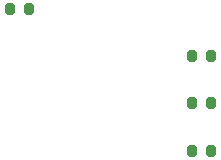
<source format=gbp>
G04 #@! TF.GenerationSoftware,KiCad,Pcbnew,7.0.8*
G04 #@! TF.CreationDate,2024-05-09T20:35:49-03:00*
G04 #@! TF.ProjectId,lamp_module_x1,6c616d70-5f6d-46f6-9475-6c655f78312e,1.1*
G04 #@! TF.SameCoordinates,Original*
G04 #@! TF.FileFunction,Paste,Bot*
G04 #@! TF.FilePolarity,Positive*
%FSLAX46Y46*%
G04 Gerber Fmt 4.6, Leading zero omitted, Abs format (unit mm)*
G04 Created by KiCad (PCBNEW 7.0.8) date 2024-05-09 20:35:49*
%MOMM*%
%LPD*%
G01*
G04 APERTURE LIST*
G04 Aperture macros list*
%AMRoundRect*
0 Rectangle with rounded corners*
0 $1 Rounding radius*
0 $2 $3 $4 $5 $6 $7 $8 $9 X,Y pos of 4 corners*
0 Add a 4 corners polygon primitive as box body*
4,1,4,$2,$3,$4,$5,$6,$7,$8,$9,$2,$3,0*
0 Add four circle primitives for the rounded corners*
1,1,$1+$1,$2,$3*
1,1,$1+$1,$4,$5*
1,1,$1+$1,$6,$7*
1,1,$1+$1,$8,$9*
0 Add four rect primitives between the rounded corners*
20,1,$1+$1,$2,$3,$4,$5,0*
20,1,$1+$1,$4,$5,$6,$7,0*
20,1,$1+$1,$6,$7,$8,$9,0*
20,1,$1+$1,$8,$9,$2,$3,0*%
G04 Aperture macros list end*
%ADD10RoundRect,0.200000X0.200000X0.275000X-0.200000X0.275000X-0.200000X-0.275000X0.200000X-0.275000X0*%
G04 APERTURE END LIST*
D10*
X153049000Y-103738805D03*
X151399000Y-103738805D03*
X153049000Y-111738804D03*
X151399000Y-111738804D03*
X137649000Y-99738806D03*
X135999000Y-99738806D03*
X153049000Y-107738807D03*
X151399000Y-107738807D03*
M02*

</source>
